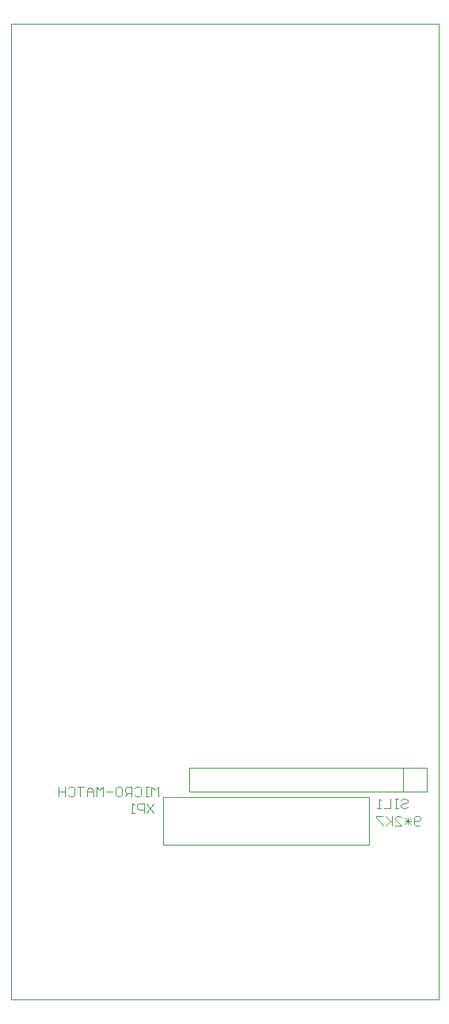
<source format=gbo>
*%FSLAX23Y23*%
*%MOIN*%
G01*
D13*
X10750Y6825D02*
Y6925D01*
X10850D02*
Y6825D01*
X9850D02*
Y6925D01*
X10850D01*
Y6825D02*
X9850D01*
X10818Y6680D02*
X10825Y6687D01*
X10818Y6680D02*
X10805D01*
X10798Y6687D01*
Y6713D01*
X10805Y6720D01*
X10818D01*
X10825Y6713D01*
Y6707D01*
X10818Y6700D01*
X10798D01*
X10785Y6713D02*
X10758Y6687D01*
X10785D02*
X10758Y6713D01*
Y6700D02*
X10785D01*
X10772Y6687D02*
Y6713D01*
X10745Y6680D02*
X10718D01*
X10745D02*
X10718Y6707D01*
Y6713D01*
X10725Y6720D01*
X10738D01*
X10745Y6713D01*
X10705Y6720D02*
Y6680D01*
Y6693D01*
X10678Y6720D01*
X10698Y6700D01*
X10678Y6680D01*
X10665Y6720D02*
X10638D01*
Y6713D01*
X10665Y6687D01*
Y6680D01*
X10743Y6788D02*
X10750Y6795D01*
X10763D01*
X10770Y6788D01*
Y6782D01*
X10763Y6775D01*
X10750D01*
X10743Y6768D01*
Y6762D01*
X10750Y6755D01*
X10763D01*
X10770Y6762D01*
X10730Y6795D02*
X10717D01*
X10723D01*
Y6755D01*
X10730D01*
X10717D01*
X10697D02*
Y6795D01*
Y6755D02*
X10670D01*
X10657D02*
X10643D01*
X10650D01*
Y6795D01*
X10651D01*
X10650D02*
X10657Y6788D01*
X10608Y6800D02*
Y6600D01*
X9742D02*
Y6800D01*
X10608D01*
Y6600D02*
X9742D01*
X9720Y6805D02*
Y6845D01*
X9707Y6832D01*
X9693Y6845D01*
Y6805D01*
X9680Y6845D02*
X9667D01*
X9673D01*
Y6805D01*
X9680D01*
X9667D01*
X9627Y6845D02*
X9620Y6838D01*
X9627Y6845D02*
X9640D01*
X9647Y6838D01*
Y6812D01*
X9640Y6805D01*
X9627D01*
X9620Y6812D01*
X9607Y6805D02*
Y6845D01*
X9587D01*
X9580Y6838D01*
Y6825D01*
X9587Y6818D01*
X9607D01*
X9593D02*
X9580Y6805D01*
X9560Y6845D02*
X9547D01*
X9560D02*
X9567Y6838D01*
Y6812D01*
X9560Y6805D01*
X9547D01*
X9540Y6812D01*
Y6838D01*
X9547Y6845D01*
X9527Y6825D02*
X9500D01*
X9487Y6805D02*
Y6845D01*
X9473Y6832D01*
X9460Y6845D01*
Y6805D01*
X9447D02*
Y6832D01*
X9433Y6845D01*
X9420Y6832D01*
Y6805D01*
Y6825D01*
X9447D01*
X9407Y6845D02*
X9380D01*
X9393D01*
Y6805D01*
X9347Y6845D02*
X9340Y6838D01*
X9347Y6845D02*
X9360D01*
X9367Y6838D01*
Y6812D01*
X9360Y6805D01*
X9347D01*
X9340Y6812D01*
X9327Y6805D02*
Y6845D01*
Y6825D02*
Y6805D01*
Y6825D02*
X9300D01*
Y6845D01*
Y6805D01*
X9673Y6735D02*
X9700Y6775D01*
X9673D02*
X9700Y6735D01*
X9660D02*
Y6775D01*
X9640D01*
X9633Y6768D01*
Y6755D01*
X9640Y6748D01*
X9660D01*
X9620Y6735D02*
X9607D01*
X9613D01*
Y6775D01*
X9614D01*
X9613D02*
X9620Y6768D01*
D14*
X9100Y10050D02*
X10900D01*
Y5950D02*
X9100D01*
Y10050D01*
X10900D02*
Y5950D01*
D02*
M02*

</source>
